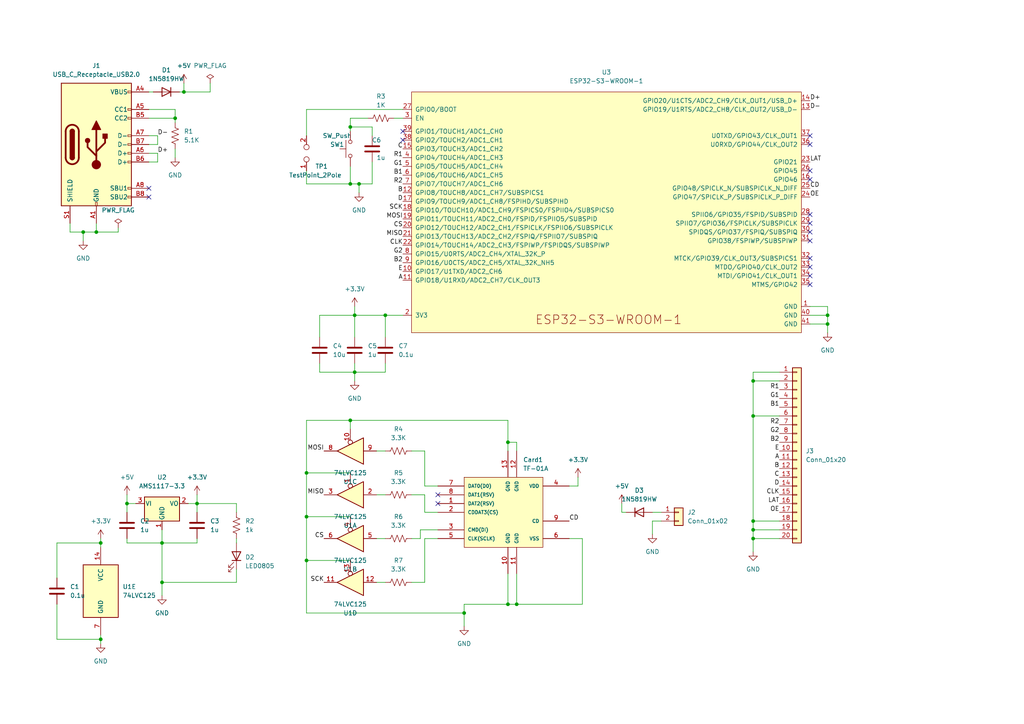
<source format=kicad_sch>
(kicad_sch (version 20211123) (generator eeschema)
  (paper "A4")
  (lib_symbols
    (symbol "1CommonUse:C0805" (pin_numbers hide) (pin_names (offset 0.254))
      (property "Reference" "C" (at 0.635 2.54 0))
      (property "Value" "C0805" (at 0.635 -2.54 0))
      (symbol "C0805_0_1"
        (polyline (pts (xy -2.032 -0.762) (xy 2.032 -0.762)) (stroke (width 0.508)))
        (polyline (pts (xy -2.032 0.762) (xy 2.032 0.762)) (stroke (width 0.508)))
      )
      (symbol "C0805_1_1"
        (pin passive line (at 0 3.81 270) (length 2.794) (name "~") (number "1"))
        (pin passive line (at 0 -3.81 90) (length 2.794) (name "~") (number "2"))
      )
    )
    (symbol "1CommonUse:LED0805" (pin_numbers hide) (pin_names (offset 1.016) hide)
      (property "Reference" "D" (at 0 2.54 0))
      (property "Value" "LED0805" (at 0 -2.54 0))
      (symbol "LED0805_0_1"
        (polyline (pts (xy -1.27 -1.27) (xy -1.27 1.27)) (stroke (width 0.254)))
        (polyline (pts (xy -1.27 0) (xy 1.27 0)))
        (polyline (pts (xy 1.27 -1.27) (xy 1.27 1.27) (xy -1.27 0) (xy 1.27 -1.27)) (stroke (width 0.254)))
        (polyline (pts (xy -3.048 -0.762) (xy -4.572 -2.286) (xy -3.81 -2.286) (xy -4.572 -2.286) (xy -4.572 -1.524)))
        (polyline (pts (xy -1.778 -0.762) (xy -3.302 -2.286) (xy -2.54 -2.286) (xy -3.302 -2.286) (xy -3.302 -1.524)))
      )
      (symbol "LED0805_1_1"
        (pin passive line (at -3.81 0 0) (length 2.54) (name "K") (number "1"))
        (pin passive line (at 3.81 0 180) (length 2.54) (name "A") (number "2"))
      )
    )
    (symbol "1CommonUse:R0805" (pin_numbers hide) (pin_names (offset 0))
      (property "Reference" "R" (at 2.54 0 90))
      (property "Value" "R0805" (at -2.54 0 90))
      (symbol "R0805_0_1"
        (polyline (pts (xy 0 -2.286) (xy 0 -2.54)))
        (polyline (pts (xy 0 2.286) (xy 0 2.54)))
        (polyline (pts (xy 0 -0.762) (xy 1.016 -1.143) (xy 0 -1.524) (xy -1.016 -1.905) (xy 0 -2.286)))
        (polyline (pts (xy 0 0.762) (xy 1.016 0.381) (xy 0 0) (xy -1.016 -0.381) (xy 0 -0.762)))
        (polyline (pts (xy 0 2.286) (xy 1.016 1.905) (xy 0 1.524) (xy -1.016 1.143) (xy 0 0.762)))
      )
      (symbol "R0805_1_1"
        (pin passive line (at 0 3.81 270) (length 1.27) (name "~") (number "1"))
        (pin passive line (at 0 -3.81 90) (length 1.27) (name "~") (number "2"))
      )
    )
    (symbol "74xx:74LVC125" (pin_names (offset 1.016))
      (property "Reference" "U" (at 0 1.27 0))
      (property "Value" "74LVC125" (at 0 -1.27 0))
      (symbol "74LVC125_1_0"
        (polyline (pts (xy -3.81 3.81) (xy -3.81 -3.81) (xy 3.81 0) (xy -3.81 3.81)) (stroke (width 0.254)) (fill (type background)))
        (pin input inverted (at 0 -6.35 90) (length 4.445) (name "~") (number "1"))
        (pin input line (at -7.62 0 0) (length 3.81) (name "~") (number "2"))
        (pin tri_state line (at 7.62 0 180) (length 3.81) (name "~") (number "3"))
      )
      (symbol "74LVC125_2_0"
        (polyline (pts (xy -3.81 3.81) (xy -3.81 -3.81) (xy 3.81 0) (xy -3.81 3.81)) (stroke (width 0.254)) (fill (type background)))
        (pin input inverted (at 0 -6.35 90) (length 4.445) (name "~") (number "4"))
        (pin input line (at -7.62 0 0) (length 3.81) (name "~") (number "5"))
        (pin tri_state line (at 7.62 0 180) (length 3.81) (name "~") (number "6"))
      )
      (symbol "74LVC125_3_0"
        (polyline (pts (xy -3.81 3.81) (xy -3.81 -3.81) (xy 3.81 0) (xy -3.81 3.81)) (stroke (width 0.254)) (fill (type background)))
        (pin input inverted (at 0 -6.35 90) (length 4.445) (name "~") (number "10"))
        (pin tri_state line (at 7.62 0 180) (length 3.81) (name "~") (number "8"))
        (pin input line (at -7.62 0 0) (length 3.81) (name "~") (number "9"))
      )
      (symbol "74LVC125_4_0"
        (polyline (pts (xy -3.81 3.81) (xy -3.81 -3.81) (xy 3.81 0) (xy -3.81 3.81)) (stroke (width 0.254)) (fill (type background)))
        (pin tri_state line (at 7.62 0 180) (length 3.81) (name "~") (number "11"))
        (pin input line (at -7.62 0 0) (length 3.81) (name "~") (number "12"))
        (pin input inverted (at 0 -6.35 90) (length 4.445) (name "~") (number "13"))
      )
      (symbol "74LVC125_5_0"
        (pin power_in line (at 0 12.7 270) (length 5.08) (name "VCC") (number "14"))
        (pin power_in line (at 0 -12.7 90) (length 5.08) (name "GND") (number "7"))
      )
      (symbol "74LVC125_5_1"
        (rectangle (start -5.08 7.62) (end 5.08 -7.62) (stroke (width 0.254)) (fill (type background)))
      )
    )
    (symbol "Connector:TestPoint_2Pole" (pin_names (offset 0.762) hide)
      (property "Reference" "TP" (at 0 1.524 0))
      (property "Value" "TestPoint_2Pole" (at 0 -1.778 0))
      (symbol "TestPoint_2Pole_0_1"
        (circle (center -1.778 0) (radius 0.762))
        (circle (center 1.778 0) (radius 0.762))
        (pin passive line (at -5.08 0 0) (length 2.54) (name "1") (number "1"))
        (pin passive line (at 5.08 0 180) (length 2.54) (name "2") (number "2"))
      )
    )
    (symbol "Connector:USB_C_Receptacle_USB2.0" (pin_names (offset 1.016))
      (property "Reference" "J" (at -10.16 19.05 0))
      (property "Value" "USB_C_Receptacle_USB2.0" (at 19.05 19.05 0))
      (symbol "USB_C_Receptacle_USB2.0_0_0"
        (rectangle (start -0.254 -17.78) (end 0.254 -16.764))
        (rectangle (start 10.16 -14.986) (end 9.144 -15.494))
        (rectangle (start 10.16 -12.446) (end 9.144 -12.954))
        (rectangle (start 10.16 -4.826) (end 9.144 -5.334))
        (rectangle (start 10.16 -2.286) (end 9.144 -2.794))
        (rectangle (start 10.16 0.254) (end 9.144 -0.254))
        (rectangle (start 10.16 2.794) (end 9.144 2.286))
        (rectangle (start 10.16 7.874) (end 9.144 7.366))
        (rectangle (start 10.16 10.414) (end 9.144 9.906))
        (rectangle (start 10.16 15.494) (end 9.144 14.986))
      )
      (symbol "USB_C_Receptacle_USB2.0_0_1"
        (rectangle (start -10.16 17.78) (end 10.16 -17.78) (stroke (width 0.254)) (fill (type background)))
        (arc (start -8.89 -3.81) (mid -6.985 -5.715) (end -5.08 -3.81) (stroke (width 0.508)))
        (arc (start -7.62 -3.81) (mid -6.985 -4.445) (end -6.35 -3.81) (stroke (width 0.254)))
        (arc (start -7.62 -3.81) (mid -6.985 -4.445) (end -6.35 -3.81) (stroke (width 0.254)) (fill (type outline)))
        (rectangle (start -7.62 -3.81) (end -6.35 3.81) (stroke (width 0.254)) (fill (type outline)))
        (arc (start -6.35 3.81) (mid -6.985 4.445) (end -7.62 3.81) (stroke (width 0.254)))
        (arc (start -6.35 3.81) (mid -6.985 4.445) (end -7.62 3.81) (stroke (width 0.254)) (fill (type outline)))
        (arc (start -5.08 3.81) (mid -6.985 5.715) (end -8.89 3.81) (stroke (width 0.508)))
        (circle (center -2.54 1.143) (radius 0.635) (stroke (width 0.254)) (fill (type outline)))
        (circle (center 0 -5.842) (radius 1.27) (fill (type outline)))
        (polyline (pts (xy -8.89 -3.81) (xy -8.89 3.81)) (stroke (width 0.508)))
        (polyline (pts (xy -5.08 3.81) (xy -5.08 -3.81)) (stroke (width 0.508)))
        (polyline (pts (xy 0 -5.842) (xy 0 4.318)) (stroke (width 0.508)))
        (polyline (pts (xy 0 -3.302) (xy -2.54 -0.762) (xy -2.54 0.508)) (stroke (width 0.508)))
        (polyline (pts (xy 0 -2.032) (xy 2.54 0.508) (xy 2.54 1.778)) (stroke (width 0.508)))
        (polyline (pts (xy -1.27 4.318) (xy 0 6.858) (xy 1.27 4.318) (xy -1.27 4.318)) (stroke (width 0.254)) (fill (type outline)))
        (rectangle (start 1.905 1.778) (end 3.175 3.048) (stroke (width 0.254)) (fill (type outline)))
      )
      (symbol "USB_C_Receptacle_USB2.0_1_1"
        (pin passive line (at 0 -22.86 90) (length 5.08) (name "GND") (number "A1"))
        (pin passive line (at 0 -22.86 90) (length 5.08) hide (name "GND") (number "A12"))
        (pin passive line (at 15.24 15.24 180) (length 5.08) (name "VBUS") (number "A4"))
        (pin bidirectional line (at 15.24 10.16 180) (length 5.08) (name "CC1") (number "A5"))
        (pin bidirectional line (at 15.24 -2.54 180) (length 5.08) (name "D+") (number "A6"))
        (pin bidirectional line (at 15.24 2.54 180) (length 5.08) (name "D-") (number "A7"))
        (pin bidirectional line (at 15.24 -12.7 180) (length 5.08) (name "SBU1") (number "A8"))
        (pin passive line (at 15.24 15.24 180) (length 5.08) hide (name "VBUS") (number "A9"))
        (pin passive line (at 0 -22.86 90) (length 5.08) hide (name "GND") (number "B1"))
        (pin passive line (at 0 -22.86 90) (length 5.08) hide (name "GND") (number "B12"))
        (pin passive line (at 15.24 15.24 180) (length 5.08) hide (name "VBUS") (number "B4"))
        (pin bidirectional line (at 15.24 7.62 180) (length 5.08) (name "CC2") (number "B5"))
        (pin bidirectional line (at 15.24 -5.08 180) (length 5.08) (name "D+") (number "B6"))
        (pin bidirectional line (at 15.24 0 180) (length 5.08) (name "D-") (number "B7"))
        (pin bidirectional line (at 15.24 -15.24 180) (length 5.08) (name "SBU2") (number "B8"))
        (pin passive line (at 15.24 15.24 180) (length 5.08) hide (name "VBUS") (number "B9"))
        (pin passive line (at -7.62 -22.86 90) (length 5.08) (name "SHIELD") (number "S1"))
      )
    )
    (symbol "Connector_Generic:Conn_01x02" (pin_names (offset 1.016) hide)
      (property "Reference" "J" (at 0 2.54 0))
      (property "Value" "Conn_01x02" (at 0 -5.08 0))
      (symbol "Conn_01x02_1_1"
        (rectangle (start -1.27 -2.413) (end 0 -2.667) (stroke (width 0.1524)))
        (rectangle (start -1.27 0.127) (end 0 -0.127) (stroke (width 0.1524)))
        (rectangle (start -1.27 1.27) (end 1.27 -3.81) (stroke (width 0.254)) (fill (type background)))
        (pin passive line (at -5.08 0 0) (length 3.81) (name "Pin_1") (number "1"))
        (pin passive line (at -5.08 -2.54 0) (length 3.81) (name "Pin_2") (number "2"))
      )
    )
    (symbol "Connector_Generic:Conn_01x20" (pin_names (offset 1.016) hide)
      (property "Reference" "J" (at 0 25.4 0))
      (property "Value" "Conn_01x20" (at 0 -27.94 0))
      (symbol "Conn_01x20_1_1"
        (rectangle (start -1.27 -25.273) (end 0 -25.527) (stroke (width 0.1524)))
        (rectangle (start -1.27 -22.733) (end 0 -22.987) (stroke (width 0.1524)))
        (rectangle (start -1.27 -20.193) (end 0 -20.447) (stroke (width 0.1524)))
        (rectangle (start -1.27 -17.653) (end 0 -17.907) (stroke (width 0.1524)))
        (rectangle (start -1.27 -15.113) (end 0 -15.367) (stroke (width 0.1524)))
        (rectangle (start -1.27 -12.573) (end 0 -12.827) (stroke (width 0.1524)))
        (rectangle (start -1.27 -10.033) (end 0 -10.287) (stroke (width 0.1524)))
        (rectangle (start -1.27 -7.493) (end 0 -7.747) (stroke (width 0.1524)))
        (rectangle (start -1.27 -4.953) (end 0 -5.207) (stroke (width 0.1524)))
        (rectangle (start -1.27 -2.413) (end 0 -2.667) (stroke (width 0.1524)))
        (rectangle (start -1.27 0.127) (end 0 -0.127) (stroke (width 0.1524)))
        (rectangle (start -1.27 2.667) (end 0 2.413) (stroke (width 0.1524)))
        (rectangle (start -1.27 5.207) (end 0 4.953) (stroke (width 0.1524)))
        (rectangle (start -1.27 7.747) (end 0 7.493) (stroke (width 0.1524)))
        (rectangle (start -1.27 10.287) (end 0 10.033) (stroke (width 0.1524)))
        (rectangle (start -1.27 12.827) (end 0 12.573) (stroke (width 0.1524)))
        (rectangle (start -1.27 15.367) (end 0 15.113) (stroke (width 0.1524)))
        (rectangle (start -1.27 17.907) (end 0 17.653) (stroke (width 0.1524)))
        (rectangle (start -1.27 20.447) (end 0 20.193) (stroke (width 0.1524)))
        (rectangle (start -1.27 22.987) (end 0 22.733) (stroke (width 0.1524)))
        (rectangle (start -1.27 24.13) (end 1.27 -26.67) (stroke (width 0.254)) (fill (type background)))
        (pin passive line (at -5.08 22.86 0) (length 3.81) (name "Pin_1") (number "1"))
        (pin passive line (at -5.08 0 0) (length 3.81) (name "Pin_10") (number "10"))
        (pin passive line (at -5.08 -2.54 0) (length 3.81) (name "Pin_11") (number "11"))
        (pin passive line (at -5.08 -5.08 0) (length 3.81) (name "Pin_12") (number "12"))
        (pin passive line (at -5.08 -7.62 0) (length 3.81) (name "Pin_13") (number "13"))
        (pin passive line (at -5.08 -10.16 0) (length 3.81) (name "Pin_14") (number "14"))
        (pin passive line (at -5.08 -12.7 0) (length 3.81) (name "Pin_15") (number "15"))
        (pin passive line (at -5.08 -15.24 0) (length 3.81) (name "Pin_16") (number "16"))
        (pin passive line (at -5.08 -17.78 0) (length 3.81) (name "Pin_17") (number "17"))
        (pin passive line (at -5.08 -20.32 0) (length 3.81) (name "Pin_18") (number "18"))
        (pin passive line (at -5.08 -22.86 0) (length 3.81) (name "Pin_19") (number "19"))
        (pin passive line (at -5.08 20.32 0) (length 3.81) (name "Pin_2") (number "2"))
        (pin passive line (at -5.08 -25.4 0) (length 3.81) (name "Pin_20") (number "20"))
        (pin passive line (at -5.08 17.78 0) (length 3.81) (name "Pin_3") (number "3"))
        (pin passive line (at -5.08 15.24 0) (length 3.81) (name "Pin_4") (number "4"))
        (pin passive line (at -5.08 12.7 0) (length 3.81) (name "Pin_5") (number "5"))
        (pin passive line (at -5.08 10.16 0) (length 3.81) (name "Pin_6") (number "6"))
        (pin passive line (at -5.08 7.62 0) (length 3.81) (name "Pin_7") (number "7"))
        (pin passive line (at -5.08 5.08 0) (length 3.81) (name "Pin_8") (number "8"))
        (pin passive line (at -5.08 2.54 0) (length 3.81) (name "Pin_9") (number "9"))
      )
    )
    (symbol "Device:D" (pin_numbers hide) (pin_names (offset 1.016) hide)
      (property "Reference" "D" (at 0 2.54 0))
      (property "Value" "D" (at 0 -2.54 0))
      (symbol "D_0_1"
        (polyline (pts (xy -1.27 1.27) (xy -1.27 -1.27)) (stroke (width 0.254)))
        (polyline (pts (xy 1.27 0) (xy -1.27 0)))
        (polyline (pts (xy 1.27 1.27) (xy 1.27 -1.27) (xy -1.27 0) (xy 1.27 1.27)) (stroke (width 0.254)))
      )
      (symbol "D_1_1"
        (pin passive line (at -3.81 0 0) (length 2.54) (name "K") (number "1"))
        (pin passive line (at 3.81 0 180) (length 2.54) (name "A") (number "2"))
      )
    )
    (symbol "Espressif:ESP32-S3-WROOM-1" (pin_names (offset 1.016))
      (property "Reference" "U" (at 0 35.56 0))
      (property "Value" "ESP32-S3-WROOM-1" (at 0 -36.83 0))
      (symbol "ESP32-S3-WROOM-1_0_0"
        (rectangle (start -57.15 34.29) (end 55.88 -35.56) (fill (type background)))
        (text "ESP32-S3-WROOM-1" (at 0 -31.75 0) (effects (font (size 2.54 2.54))))
        (pin power_in line (at 58.42 -27.94 180) (length 2.54) (name "GND") (number "1"))
        (pin bidirectional line (at -59.69 -17.78 0) (length 2.54) (name "GPIO17/U1TXD/ADC2_CH6") (number "10"))
        (pin bidirectional line (at -59.69 -20.32 0) (length 2.54) (name "GPIO18/U1RXD/ADC2_CH7/CLK_OUT3") (number "11"))
        (pin bidirectional line (at -59.69 5.08 0) (length 2.54) (name "GPIO8/TOUCH8/ADC1_CH7/SUBSPICS1") (number "12"))
        (pin bidirectional line (at 58.42 29.21 180) (length 2.54) (name "GPIO19/U1RTS/ADC2_CH8/CLK_OUT2/USB_D-") (number "13"))
        (pin bidirectional line (at 58.42 31.75 180) (length 2.54) (name "GPIO20/U1CTS/ADC2_CH9/CLK_OUT1/USB_D+") (number "14"))
        (pin bidirectional line (at -59.69 17.78 0) (length 2.54) (name "GPIO3/TOUCH3/ADC1_CH2") (number "15"))
        (pin bidirectional line (at 58.42 8.89 180) (length 2.54) (name "GPIO46") (number "16"))
        (pin bidirectional line (at -59.69 2.54 0) (length 2.54) (name "GPIO9/TOUCH9/ADC1_CH8/FSPIHD/SUBSPIHD") (number "17"))
        (pin bidirectional line (at -59.69 0 0) (length 2.54) (name "GPIO10/TOUCH10/ADC1_CH9/FSPICS0/FSPIIO4/SUBSPICS0") (number "18"))
        (pin bidirectional line (at -59.69 -2.54 0) (length 2.54) (name "GPIO11/TOUCH11/ADC2_CH0/FSPID/FSPIIO5/SUBSPID") (number "19"))
        (pin power_in line (at -59.69 -30.48 0) (length 2.54) (name "3V3") (number "2"))
        (pin bidirectional line (at -59.69 -5.08 0) (length 2.54) (name "GPIO12/TOUCH12/ADC2_CH1/FSPICLK/FSPIIO6/SUBSPICLK") (number "20"))
        (pin bidirectional line (at -59.69 -7.62 0) (length 2.54) (name "GPIO13/TOUCH13/ADC2_CH2/FSPIQ/FSPIIO7/SUBSPIQ") (number "21"))
        (pin bidirectional line (at -59.69 -10.16 0) (length 2.54) (name "GPIO14/TOUCH14/ADC2_CH3/FSPIWP/FSPIDQS/SUBSPIWP") (number "22"))
        (pin bidirectional line (at 58.42 13.97 180) (length 2.54) (name "GPIO21") (number "23"))
        (pin bidirectional line (at 58.42 3.81 180) (length 2.54) (name "GPIO47/SPICLK_P/SUBSPICLK_P_DIFF") (number "24"))
        (pin bidirectional line (at 58.42 6.35 180) (length 2.54) (name "GPIO48/SPICLK_N/SUBSPICLK_N_DIFF") (number "25"))
        (pin bidirectional line (at 58.42 11.43 180) (length 2.54) (name "GPIO45") (number "26"))
        (pin bidirectional line (at -59.69 29.21 0) (length 2.54) (name "GPIO0/BOOT") (number "27"))
        (pin bidirectional line (at 58.42 -1.27 180) (length 2.54) (name "SPIIO6/GPIO35/FSPID/SUBSPID") (number "28"))
        (pin bidirectional line (at 58.42 -3.81 180) (length 2.54) (name "SPIIO7/GPIO36/FSPICLK/SUBSPICLK") (number "29"))
        (pin input line (at -59.69 26.67 0) (length 2.54) (name "EN") (number "3"))
        (pin bidirectional line (at 58.42 -6.35 180) (length 2.54) (name "SPIDQS/GPIO37/FSPIQ/SUBSPIQ") (number "30"))
        (pin bidirectional line (at 58.42 -8.89 180) (length 2.54) (name "GPIO38/FSPIWP/SUBSPIWP") (number "31"))
        (pin bidirectional line (at 58.42 -13.97 180) (length 2.54) (name "MTCK/GPIO39/CLK_OUT3/SUBSPICS1") (number "32"))
        (pin bidirectional line (at 58.42 -16.51 180) (length 2.54) (name "MTDO/GPIO40/CLK_OUT2") (number "33"))
        (pin bidirectional line (at 58.42 -19.05 180) (length 2.54) (name "MTDI/GPIO41/CLK_OUT1") (number "34"))
        (pin bidirectional line (at 58.42 -21.59 180) (length 2.54) (name "MTMS/GPIO42") (number "35"))
        (pin bidirectional line (at 58.42 19.05 180) (length 2.54) (name "U0RXD/GPIO44/CLK_OUT2") (number "36"))
        (pin bidirectional line (at 58.42 21.59 180) (length 2.54) (name "U0TXD/GPIO43/CLK_OUT1") (number "37"))
        (pin bidirectional line (at -59.69 20.32 0) (length 2.54) (name "GPIO2/TOUCH2/ADC1_CH1") (number "38"))
        (pin bidirectional line (at -59.69 22.86 0) (length 2.54) (name "GPIO1/TOUCH1/ADC1_CH0") (number "39"))
        (pin bidirectional line (at -59.69 15.24 0) (length 2.54) (name "GPIO4/TOUCH4/ADC1_CH3") (number "4"))
        (pin power_in line (at 58.42 -30.48 180) (length 2.54) (name "GND") (number "40"))
        (pin power_in line (at 58.42 -33.02 180) (length 2.54) (name "GND") (number "41"))
        (pin bidirectional line (at -59.69 12.7 0) (length 2.54) (name "GPIO5/TOUCH5/ADC1_CH4") (number "5"))
        (pin bidirectional line (at -59.69 10.16 0) (length 2.54) (name "GPIO6/TOUCH6/ADC1_CH5") (number "6"))
        (pin bidirectional line (at -59.69 7.62 0) (length 2.54) (name "GPIO7/TOUCH7/ADC1_CH6") (number "7"))
        (pin bidirectional line (at -59.69 -12.7 0) (length 2.54) (name "GPIO15/U0RTS/ADC2_CH4/XTAL_32K_P") (number "8"))
        (pin bidirectional line (at -59.69 -15.24 0) (length 2.54) (name "GPIO16/U0CTS/ADC2_CH5/XTAL_32K_NH5") (number "9"))
      )
    )
    (symbol "Regulator_Linear:AMS1117-3.3" (pin_names (offset 0.254))
      (property "Reference" "U" (at -3.81 3.175 0))
      (property "Value" "AMS1117-3.3" (at 0 3.175 0))
      (symbol "AMS1117-3.3_0_1"
        (rectangle (start -5.08 -5.08) (end 5.08 1.905) (stroke (width 0.254)) (fill (type background)))
      )
      (symbol "AMS1117-3.3_1_1"
        (pin power_in line (at 0 -7.62 90) (length 2.54) (name "GND") (number "1"))
        (pin power_out line (at 7.62 0 180) (length 2.54) (name "VO") (number "2"))
        (pin power_in line (at -7.62 0 0) (length 2.54) (name "VI") (number "3"))
      )
    )
    (symbol "SDCard:TF-01A" (pin_names (offset 1.016))
      (property "Reference" "Card" (at 5.08 1.27 0))
      (property "Value" "TF-01A" (at 5.08 3.81 0))
      (symbol "TF-01A_1_1"
        (rectangle (start -11.43 10.16) (end 11.43 -10.16) (stroke (width 0.1524)) (fill (type background)))
        (pin bidirectional line (at -19.05 2.54 0) (length 7.62) (name "DAT2(RSV)") (number "1"))
        (pin input line (at 1.27 -17.78 90) (length 7.62) (name "GND") (number "10"))
        (pin input line (at 3.81 -17.78 90) (length 7.62) (name "GND") (number "11"))
        (pin input line (at 3.81 17.78 270) (length 7.62) (name "GND") (number "12"))
        (pin input line (at 1.27 17.78 270) (length 7.62) (name "GND") (number "13"))
        (pin bidirectional line (at -19.05 0 0) (length 7.62) (name "CDDAT3(CS)") (number "2"))
        (pin input line (at -19.05 -5.08 0) (length 7.62) (name "CMD(DI)") (number "3"))
        (pin input line (at 19.05 7.62 180) (length 7.62) (name "VDD") (number "4"))
        (pin input line (at -19.05 -7.62 0) (length 7.62) (name "CLK(SCLK)") (number "5"))
        (pin input line (at 19.05 -7.62 180) (length 7.62) (name "VSS") (number "6"))
        (pin bidirectional line (at -19.05 7.62 0) (length 7.62) (name "DAT0(D0)") (number "7"))
        (pin bidirectional line (at -19.05 5.08 0) (length 7.62) (name "DAT1(RSV)") (number "8"))
        (pin input line (at 19.05 -2.54 180) (length 7.62) (name "CD") (number "9"))
      )
    )
    (symbol "Switch:SW_Push" (pin_numbers hide) (pin_names (offset 1.016) hide)
      (property "Reference" "SW" (at 1.27 2.54 0))
      (property "Value" "SW_Push" (at 0 -1.524 0))
      (symbol "SW_Push_0_1"
        (circle (center -2.032 0) (radius 0.508))
        (polyline (pts (xy 0 1.27) (xy 0 3.048)))
        (polyline (pts (xy 2.54 1.27) (xy -2.54 1.27)))
        (circle (center 2.032 0) (radius 0.508))
        (pin passive line (at -5.08 0 0) (length 2.54) (name "1") (number "1"))
        (pin passive line (at 5.08 0 180) (length 2.54) (name "2") (number "2"))
      )
    )
    (symbol "power:+3.3V" (power) (pin_names (offset 0))
      (property "Value" "+3.3V" (at 0 3.556 0))
      (symbol "+3.3V_0_1"
        (polyline (pts (xy -0.762 1.27) (xy 0 2.54)))
        (polyline (pts (xy 0 0) (xy 0 2.54)))
        (polyline (pts (xy 0 2.54) (xy 0.762 1.27)))
      )
      (symbol "+3.3V_1_1"
        (pin power_in line (at 0 0 90) (length 0) hide (name "+3.3V") (number "1"))
      )
    )
    (symbol "power:+5V" (power) (pin_names (offset 0))
      (property "Value" "+5V" (at 0 3.556 0))
      (symbol "+5V_0_1"
        (polyline (pts (xy -0.762 1.27) (xy 0 2.54)))
        (polyline (pts (xy 0 0) (xy 0 2.54)))
        (polyline (pts (xy 0 2.54) (xy 0.762 1.27)))
      )
      (symbol "+5V_1_1"
        (pin power_in line (at 0 0 90) (length 0) hide (name "+5V") (number "1"))
      )
    )
    (symbol "power:GND" (power) (pin_names (offset 0))
      (property "Value" "GND" (at 0 -3.81 0))
      (symbol "GND_0_1"
        (polyline (pts (xy 0 0) (xy 0 -1.27) (xy 1.27 -1.27) (xy 0 -2.54) (xy -1.27 -1.27) (xy 0 -1.27)))
      )
      (symbol "GND_1_1"
        (pin power_in line (at 0 0 270) (length 0) hide (name "GND") (number "1"))
      )
    )
    (symbol "power:PWR_FLAG" (power) (pin_numbers hide) (pin_names (offset 0) hide)
      (property "Value" "PWR_FLAG" (at 0 3.81 0))
      (symbol "PWR_FLAG_0_0"
        (pin power_out line (at 0 0 90) (length 0) (name "pwr") (number "1"))
      )
      (symbol "PWR_FLAG_0_1"
        (polyline (pts (xy 0 0) (xy 0 1.27) (xy -1.016 1.905) (xy 0 2.54) (xy 1.016 1.905) (xy 0 1.27)))
      )
    )
  )
  (junction (at 149.86 175.26))
  (junction (at 24.13 67.31))
  (junction (at 57.15 146.05))
  (junction (at 218.44 120.65))
  (junction (at 88.9 137.16))
  (junction (at 134.62 177.8))
  (junction (at 101.6 53.34))
  (junction (at 88.9 149.86))
  (junction (at 101.6 36.83))
  (junction (at 104.14 53.34))
  (junction (at 102.87 91.44))
  (junction (at 147.32 128.27))
  (junction (at 218.44 110.49))
  (junction (at 88.9 162.56))
  (junction (at 240.03 91.44))
  (junction (at 29.21 157.48))
  (junction (at 111.76 91.44))
  (junction (at 46.99 157.48))
  (junction (at 46.99 168.91))
  (junction (at 147.32 175.26))
  (junction (at 102.87 107.95))
  (junction (at 53.34 26.67))
  (junction (at 218.44 153.67))
  (junction (at 36.83 146.05))
  (junction (at 101.6 121.92))
  (junction (at 240.03 93.98))
  (junction (at 50.8 34.29))
  (junction (at 27.94 67.31))
  (junction (at 29.21 185.42))
  (junction (at 218.44 156.21))
  (junction (at 218.44 151.13))
  (no_connect (at 234.95 41.91))
  (no_connect (at 127 146.05))
  (no_connect (at 234.95 49.53))
  (no_connect (at 234.95 69.85))
  (no_connect (at 234.95 62.23))
  (no_connect (at 234.95 52.07))
  (no_connect (at 43.18 57.15))
  (no_connect (at 43.18 54.61))
  (no_connect (at 116.84 40.64))
  (no_connect (at 116.84 38.1))
  (no_connect (at 234.95 74.93))
  (no_connect (at 234.95 77.47))
  (no_connect (at 234.95 80.01))
  (no_connect (at 234.95 82.55))
  (no_connect (at 234.95 39.37))
  (no_connect (at 234.95 67.31))
  (no_connect (at 234.95 64.77))
  (no_connect (at 127 143.51))
  (wire (pts (xy 34.29 67.31) (xy 27.94 67.31)))
  (wire (pts (xy 165.1 156.21) (xy 168.91 156.21)))
  (wire (pts (xy 218.44 120.65) (xy 218.44 151.13)))
  (wire (pts (xy 45.72 44.45) (xy 45.72 46.99)))
  (wire (pts (xy 147.32 175.26) (xy 134.62 175.26)))
  (wire (pts (xy 106.68 34.29) (xy 101.6 34.29)))
  (wire (pts (xy 121.92 153.67) (xy 127 153.67)))
  (wire (pts (xy 36.83 146.05) (xy 39.37 146.05)))
  (wire (pts (xy 123.19 168.91) (xy 123.19 156.21)))
  (wire (pts (xy 68.58 146.05) (xy 57.15 146.05)))
  (wire (pts (xy 20.32 64.77) (xy 20.32 67.31)))
  (wire (pts (xy 46.99 153.67) (xy 46.99 157.48)))
  (wire (pts (xy 36.83 143.51) (xy 36.83 146.05)))
  (wire (pts (xy 27.94 64.77) (xy 27.94 67.31)))
  (wire (pts (xy 102.87 91.44) (xy 102.87 97.79)))
  (wire (pts (xy 218.44 153.67) (xy 226.06 153.67)))
  (wire (pts (xy 121.92 156.21) (xy 121.92 153.67)))
  (wire (pts (xy 102.87 105.41) (xy 102.87 107.95)))
  (wire (pts (xy 24.13 67.31) (xy 24.13 69.85)))
  (wire (pts (xy 50.8 34.29) (xy 50.8 35.56)))
  (wire (pts (xy 119.38 143.51) (xy 123.19 143.51)))
  (wire (pts (xy 57.15 156.21) (xy 57.15 157.48)))
  (wire (pts (xy 101.6 121.92) (xy 147.32 121.92)))
  (wire (pts (xy 16.51 157.48) (xy 29.21 157.48)))
  (wire (pts (xy 57.15 146.05) (xy 54.61 146.05)))
  (wire (pts (xy 101.6 48.26) (xy 101.6 53.34)))
  (wire (pts (xy 29.21 184.15) (xy 29.21 185.42)))
  (wire (pts (xy 92.71 107.95) (xy 102.87 107.95)))
  (wire (pts (xy 240.03 91.44) (xy 240.03 93.98)))
  (wire (pts (xy 50.8 31.75) (xy 50.8 34.29)))
  (wire (pts (xy 218.44 151.13) (xy 218.44 153.67)))
  (wire (pts (xy 68.58 165.1) (xy 68.58 168.91)))
  (wire (pts (xy 240.03 88.9) (xy 240.03 91.44)))
  (wire (pts (xy 180.34 148.59) (xy 181.61 148.59)))
  (wire (pts (xy 168.91 175.26) (xy 149.86 175.26)))
  (wire (pts (xy 34.29 66.04) (xy 34.29 67.31)))
  (wire (pts (xy 68.58 168.91) (xy 46.99 168.91)))
  (wire (pts (xy 29.21 156.21) (xy 29.21 157.48)))
  (wire (pts (xy 88.9 162.56) (xy 88.9 149.86)))
  (wire (pts (xy 218.44 107.95) (xy 218.44 110.49)))
  (wire (pts (xy 101.6 34.29) (xy 101.6 36.83)))
  (wire (pts (xy 16.51 185.42) (xy 29.21 185.42)))
  (wire (pts (xy 111.76 91.44) (xy 111.76 97.79)))
  (wire (pts (xy 123.19 130.81) (xy 123.19 140.97)))
  (wire (pts (xy 88.9 137.16) (xy 101.6 137.16)))
  (wire (pts (xy 43.18 31.75) (xy 50.8 31.75)))
  (wire (pts (xy 134.62 177.8) (xy 134.62 181.61)))
  (wire (pts (xy 53.34 24.13) (xy 53.34 26.67)))
  (wire (pts (xy 147.32 130.81) (xy 147.32 128.27)))
  (wire (pts (xy 180.34 146.05) (xy 180.34 148.59)))
  (wire (pts (xy 189.23 154.94) (xy 189.23 151.13)))
  (wire (pts (xy 43.18 44.45) (xy 45.72 44.45)))
  (wire (pts (xy 36.83 146.05) (xy 36.83 148.59)))
  (wire (pts (xy 46.99 157.48) (xy 57.15 157.48)))
  (wire (pts (xy 218.44 156.21) (xy 218.44 160.02)))
  (wire (pts (xy 189.23 151.13) (xy 191.77 151.13)))
  (wire (pts (xy 43.18 26.67) (xy 44.45 26.67)))
  (wire (pts (xy 88.9 49.53) (xy 88.9 53.34)))
  (wire (pts (xy 109.22 130.81) (xy 111.76 130.81)))
  (wire (pts (xy 234.95 88.9) (xy 240.03 88.9)))
  (wire (pts (xy 101.6 36.83) (xy 101.6 38.1)))
  (wire (pts (xy 92.71 91.44) (xy 102.87 91.44)))
  (wire (pts (xy 102.87 107.95) (xy 102.87 110.49)))
  (wire (pts (xy 101.6 36.83) (xy 107.95 36.83)))
  (wire (pts (xy 107.95 53.34) (xy 107.95 46.99)))
  (wire (pts (xy 167.64 138.43) (xy 167.64 140.97)))
  (wire (pts (xy 36.83 157.48) (xy 46.99 157.48)))
  (wire (pts (xy 119.38 168.91) (xy 123.19 168.91)))
  (wire (pts (xy 107.95 39.37) (xy 107.95 36.83)))
  (wire (pts (xy 27.94 67.31) (xy 24.13 67.31)))
  (wire (pts (xy 111.76 107.95) (xy 102.87 107.95)))
  (wire (pts (xy 50.8 43.18) (xy 50.8 45.72)))
  (wire (pts (xy 45.72 46.99) (xy 43.18 46.99)))
  (wire (pts (xy 60.96 24.13) (xy 60.96 26.67)))
  (wire (pts (xy 88.9 53.34) (xy 101.6 53.34)))
  (wire (pts (xy 149.86 175.26) (xy 147.32 175.26)))
  (wire (pts (xy 88.9 31.75) (xy 88.9 39.37)))
  (wire (pts (xy 109.22 143.51) (xy 111.76 143.51)))
  (wire (pts (xy 109.22 156.21) (xy 111.76 156.21)))
  (wire (pts (xy 123.19 140.97) (xy 127 140.97)))
  (wire (pts (xy 101.6 162.56) (xy 88.9 162.56)))
  (wire (pts (xy 43.18 34.29) (xy 50.8 34.29)))
  (wire (pts (xy 102.87 88.9) (xy 102.87 91.44)))
  (wire (pts (xy 218.44 156.21) (xy 226.06 156.21)))
  (wire (pts (xy 57.15 148.59) (xy 57.15 146.05)))
  (wire (pts (xy 218.44 110.49) (xy 218.44 120.65)))
  (wire (pts (xy 234.95 93.98) (xy 240.03 93.98)))
  (wire (pts (xy 147.32 128.27) (xy 149.86 128.27)))
  (wire (pts (xy 68.58 156.21) (xy 68.58 157.48)))
  (wire (pts (xy 46.99 157.48) (xy 46.99 168.91)))
  (wire (pts (xy 88.9 149.86) (xy 88.9 137.16)))
  (wire (pts (xy 218.44 120.65) (xy 226.06 120.65)))
  (wire (pts (xy 43.18 39.37) (xy 45.72 39.37)))
  (wire (pts (xy 149.86 166.37) (xy 149.86 175.26)))
  (wire (pts (xy 53.34 26.67) (xy 52.07 26.67)))
  (wire (pts (xy 29.21 157.48) (xy 29.21 158.75)))
  (wire (pts (xy 92.71 105.41) (xy 92.71 107.95)))
  (wire (pts (xy 101.6 53.34) (xy 104.14 53.34)))
  (wire (pts (xy 123.19 143.51) (xy 123.19 148.59)))
  (wire (pts (xy 16.51 175.26) (xy 16.51 185.42)))
  (wire (pts (xy 88.9 177.8) (xy 134.62 177.8)))
  (wire (pts (xy 226.06 107.95) (xy 218.44 107.95)))
  (wire (pts (xy 147.32 121.92) (xy 147.32 128.27)))
  (wire (pts (xy 46.99 168.91) (xy 46.99 172.72)))
  (wire (pts (xy 104.14 53.34) (xy 107.95 53.34)))
  (wire (pts (xy 45.72 39.37) (xy 45.72 41.91)))
  (wire (pts (xy 102.87 91.44) (xy 111.76 91.44)))
  (wire (pts (xy 111.76 105.41) (xy 111.76 107.95)))
  (wire (pts (xy 114.3 34.29) (xy 116.84 34.29)))
  (wire (pts (xy 123.19 148.59) (xy 127 148.59)))
  (wire (pts (xy 218.44 153.67) (xy 218.44 156.21)))
  (wire (pts (xy 45.72 41.91) (xy 43.18 41.91)))
  (wire (pts (xy 119.38 156.21) (xy 121.92 156.21)))
  (wire (pts (xy 167.64 140.97) (xy 165.1 140.97)))
  (wire (pts (xy 218.44 110.49) (xy 226.06 110.49)))
  (wire (pts (xy 20.32 67.31) (xy 24.13 67.31)))
  (wire (pts (xy 104.14 53.34) (xy 104.14 55.88)))
  (wire (pts (xy 218.44 151.13) (xy 226.06 151.13)))
  (wire (pts (xy 119.38 130.81) (xy 123.19 130.81)))
  (wire (pts (xy 88.9 162.56) (xy 88.9 177.8)))
  (wire (pts (xy 149.86 128.27) (xy 149.86 130.81)))
  (wire (pts (xy 116.84 31.75) (xy 88.9 31.75)))
  (wire (pts (xy 134.62 175.26) (xy 134.62 177.8)))
  (wire (pts (xy 16.51 167.64) (xy 16.51 157.48)))
  (wire (pts (xy 88.9 137.16) (xy 88.9 121.92)))
  (wire (pts (xy 189.23 148.59) (xy 191.77 148.59)))
  (wire (pts (xy 57.15 143.51) (xy 57.15 146.05)))
  (wire (pts (xy 101.6 121.92) (xy 101.6 124.46)))
  (wire (pts (xy 147.32 166.37) (xy 147.32 175.26)))
  (wire (pts (xy 68.58 148.59) (xy 68.58 146.05)))
  (wire (pts (xy 60.96 26.67) (xy 53.34 26.67)))
  (wire (pts (xy 234.95 91.44) (xy 240.03 91.44)))
  (wire (pts (xy 109.22 168.91) (xy 111.76 168.91)))
  (wire (pts (xy 111.76 91.44) (xy 116.84 91.44)))
  (wire (pts (xy 168.91 156.21) (xy 168.91 175.26)))
  (wire (pts (xy 240.03 93.98) (xy 240.03 96.52)))
  (wire (pts (xy 88.9 121.92) (xy 101.6 121.92)))
  (wire (pts (xy 92.71 97.79) (xy 92.71 91.44)))
  (wire (pts (xy 88.9 149.86) (xy 101.6 149.86)))
  (wire (pts (xy 36.83 156.21) (xy 36.83 157.48)))
  (wire (pts (xy 29.21 185.42) (xy 29.21 186.69)))
  (wire (pts (xy 123.19 156.21) (xy 127 156.21)))
  (label "LAT" (at 226.06 146.05 180))
  (label "D" (at 226.06 140.97 180))
  (label "A" (at 226.06 133.35 180))
  (label "CLK" (at 226.06 143.51 180))
  (label "D" (at 116.84 58.42 180))
  (label "D+" (at 234.95 29.21 0))
  (label "CLK" (at 116.84 71.12 180))
  (label "CS" (at 93.98 156.21 180))
  (label "CD" (at 234.95 54.61 0))
  (label "B2" (at 226.06 128.27 180))
  (label "D-" (at 45.72 39.37 0))
  (label "B" (at 116.84 55.88 180))
  (label "G2" (at 116.84 73.66 180))
  (label "C" (at 226.06 138.43 180))
  (label "OE" (at 226.06 148.59 180))
  (label "G1" (at 226.06 115.57 180))
  (label "LAT" (at 234.95 46.99 0))
  (label "B1" (at 226.06 118.11 180))
  (label "CS" (at 116.84 66.04 180))
  (label "C" (at 116.84 43.18 180))
  (label "MOSI" (at 93.98 130.81 180))
  (label "MOSI" (at 116.84 63.5 180))
  (label "G2" (at 226.06 125.73 180))
  (label "D+" (at 45.72 44.45 0))
  (label "A" (at 116.84 81.28 180))
  (label "CD" (at 165.1 151.13 0))
  (label "R1" (at 226.06 113.03 180))
  (label "G1" (at 116.84 48.26 180))
  (label "MISO" (at 116.84 68.58 180))
  (label "R1" (at 116.84 45.72 180))
  (label "E" (at 116.84 78.74 180))
  (label "SCK" (at 93.98 168.91 180))
  (label "R2" (at 226.06 123.19 180))
  (label "R2" (at 116.84 53.34 180))
  (label "OE" (at 234.95 57.15 0))
  (label "SCK" (at 116.84 60.96 180))
  (label "B2" (at 116.84 76.2 180))
  (label "D-" (at 234.95 31.75 0))
  (label "E" (at 226.06 130.81 180))
  (label "B" (at 226.06 135.89 180))
  (label "B1" (at 116.84 50.8 180))
  (label "MISO" (at 93.98 143.51 180))
  (symbol (lib_id "power:+3.3V") (at 102.87 88.9 0) (unit 1)
    (property "Reference" "#PWR09" (effects hide))
    (property "Value" "+3.3V" (at 102.87 83.82 0))
  )
  (symbol (lib_id "power:PWR_FLAG") (at 60.96 24.13 0) (unit 1)
    (property "Reference" "#FLG02" (effects hide))
    (property "Value" "PWR_FLAG" (at 60.96 19.05 0))
  )
  (symbol (lib_id "Connector_Generic:Conn_01x02") (at 196.85 148.59 0) (unit 1)
    (property "Reference" "J2" (at 199.39 148.5899 0) (effects (justify left)))
    (property "Value" "Conn_01x02" (at 199.39 151.1299 0) (effects (justify left)))
    (property "Footprint" "1Comment:Battery" (effects hide))
  )
  (symbol (lib_id "Device:D") (at 185.42 148.59 0) (unit 1)
    (property "Reference" "D3" (at 185.42 142.24 0))
    (property "Value" "1N5819HW" (at 185.42 144.78 0))
    (property "Footprint" "Diode_SMD:D_SOD-123" (effects hide))
  )
  (symbol (lib_id "power:+5V") (at 36.83 143.51 0) (unit 1)
    (property "Reference" "#PWR04" (effects hide))
    (property "Value" "+5V" (at 36.83 138.43 0))
  )
  (symbol (lib_id "1CommonUse:C0805") (at 92.71 101.6 0) (unit 1)
    (property "Reference" "C4" (at 96.52 100.3299 0) (effects (justify left)))
    (property "Value" "10u" (at 96.52 102.8699 0) (effects (justify left)))
    (property "Footprint" "Capacitor_SMD:C_0805_2012Metric" (effects hide))
  )
  (symbol (lib_id "1CommonUse:C0805") (at 102.87 101.6 0) (unit 1)
    (property "Reference" "C5" (at 106.68 100.3299 0) (effects (justify left)))
    (property "Value" "1u" (at 106.68 102.8699 0) (effects (justify left)))
    (property "Footprint" "Capacitor_SMD:C_0805_2012Metric" (effects hide))
  )
  (symbol (lib_id "74xx:74LVC125") (at 101.6 143.51 180) (unit 1)
    (property "Reference" "U1" (at 101.6 152.4 0))
    (property "Value" "74LVC125" (at 101.6 149.86 0))
    (property "Footprint" "Package_SO:TSSOP-14_4.4x5mm_P0.65mm" (effects hide))
    (property "Datasheet" "http://www.ti.com/lit/gpn/sn74LVC125" (effects hide))
  )
  (symbol (lib_id "power:GND") (at 50.8 45.72 0) (unit 1)
    (property "Reference" "#PWR06" (effects hide))
    (property "Value" "GND" (at 50.8 50.8 0))
  )
  (symbol (lib_id "1CommonUse:R0805") (at 115.57 130.81 270) (unit 1)
    (property "Reference" "R4" (at 115.57 124.46 90))
    (property "Value" "3.3K" (at 115.57 127 90))
    (property "Footprint" "Resistor_SMD:R_0805_2012Metric" (effects hide))
  )
  (symbol (lib_id "1CommonUse:R0805") (at 110.49 34.29 90) (unit 1)
    (property "Reference" "R3" (at 110.49 27.94 90))
    (property "Value" "1K" (at 110.49 30.48 90))
    (property "Footprint" "Resistor_SMD:R_0805_2012Metric" (effects hide))
  )
  (symbol (lib_id "power:GND") (at 102.87 110.49 0) (unit 1)
    (property "Reference" "#PWR010" (effects hide))
    (property "Value" "GND" (at 102.87 115.57 0))
  )
  (symbol (lib_id "74xx:74LVC125") (at 101.6 168.91 180) (unit 4)
    (property "Reference" "U1" (at 101.6 177.8 0))
    (property "Value" "74LVC125" (at 101.6 175.26 0))
    (property "Footprint" "Package_SO:TSSOP-14_4.4x5mm_P0.65mm" (effects hide))
    (property "Datasheet" "http://www.ti.com/lit/gpn/sn74LVC125" (effects hide))
  )
  (symbol (lib_id "SDCard:TF-01A") (at 146.05 148.59 0) (unit 1)
    (property "Reference" "Card1" (at 151.7257 133.35 0) (effects (justify left)))
    (property "Value" "TF-01A" (at 151.7257 135.89 0) (effects (justify left)))
    (property "Footprint" "SDCard:TF-SMD_TF-01A" (effects hide))
    (property "Datasheet" "http://www.szlcsc.com/product/details_92334.html" (effects hide))
    (property "SuppliersPartNumber" "C91145" (effects hide))
  )
  (symbol (lib_id "Espressif:ESP32-S3-WROOM-1") (at 176.53 60.96 0) (unit 1)
    (property "Reference" "U3" (at 175.895 20.955 0))
    (property "Value" "ESP32-S3-WROOM-1" (at 175.895 23.495 0))
    (property "Footprint" "Espressif:ESP32-S3-WROOM-1U" (effects hide))
    (property "Datasheet" "https://www.espressif.com/sites/default/files/documentation/esp32-s3-wroom-1_wroom-1u_datasheet_en.pdf" (effects hide))
  )
  (symbol (lib_id "power:GND") (at 218.44 160.02 0) (unit 1)
    (property "Reference" "#PWR016" (effects hide))
    (property "Value" "GND" (at 218.44 165.1 0))
  )
  (symbol (lib_id "Switch:SW_Push") (at 101.6 43.18 90) (unit 1)
    (property "Reference" "SW1" (at 97.79 41.91 90))
    (property "Value" "SW_Push" (at 97.79 39.37 90))
    (property "Footprint" "Button_Switch_SMD:SW_SPST_CK_RS282G05A3" (effects hide))
  )
  (symbol (lib_id "1CommonUse:C0805") (at 36.83 152.4 0) (unit 1)
    (property "Reference" "C2" (at 40.64 151.1299 0) (effects (justify left)))
    (property "Value" "1u" (at 40.64 153.6699 0) (effects (justify left)))
    (property "Footprint" "Capacitor_SMD:C_0805_2012Metric" (effects hide))
  )
  (symbol (lib_id "power:+3.3V") (at 167.64 138.43 0) (unit 1)
    (property "Reference" "#PWR013" (effects hide))
    (property "Value" "+3.3V" (at 167.64 133.35 0))
  )
  (symbol (lib_id "power:GND") (at 46.99 172.72 0) (unit 1)
    (property "Reference" "#PWR05" (effects hide))
    (property "Value" "GND" (at 46.99 177.8 0))
  )
  (symbol (lib_id "power:+5V") (at 180.34 146.05 0) (unit 1)
    (property "Reference" "#PWR014" (effects hide))
    (property "Value" "+5V" (at 180.34 140.97 0))
  )
  (symbol (lib_id "Connector_Generic:Conn_01x20") (at 231.14 130.81 0) (unit 1)
    (property "Reference" "J3" (at 233.68 130.8099 0) (effects (justify left)))
    (property "Value" "Conn_01x20" (at 233.68 133.3499 0) (effects (justify left)))
    (property "Footprint" "Connector_PinSocket_2.54mm:PinSocket_2x10_P2.54mm_Vertical_SMD" (effects hide))
  )
  (symbol (lib_id "power:PWR_FLAG") (at 34.29 66.04 0) (unit 1)
    (property "Reference" "#FLG01" (effects hide))
    (property "Value" "PWR_FLAG" (at 34.29 60.96 0))
  )
  (symbol (lib_id "1CommonUse:LED0805") (at 68.58 161.29 270) (mirror x) (unit 1)
    (property "Reference" "D2" (at 71.12 161.6074 90) (effects (justify left)))
    (property "Value" "LED0805" (at 71.12 164.1474 90) (effects (justify left)))
    (property "Footprint" "LED_SMD:LED_0805_2012Metric" (effects hide))
  )
  (symbol (lib_id "1CommonUse:C0805") (at 111.76 101.6 0) (unit 1)
    (property "Reference" "C7" (at 115.57 100.3299 0) (effects (justify left)))
    (property "Value" "0.1u" (at 115.57 102.8699 0) (effects (justify left)))
    (property "Footprint" "Capacitor_SMD:C_0805_2012Metric" (effects hide))
  )
  (symbol (lib_id "1CommonUse:R0805") (at 50.8 39.37 0) (unit 1)
    (property "Reference" "R1" (at 53.34 38.0999 0) (effects (justify left)))
    (property "Value" "5.1K" (at 53.34 40.6399 0) (effects (justify left)))
    (property "Footprint" "Resistor_SMD:R_0805_2012Metric" (effects hide))
  )
  (symbol (lib_id "Connector:USB_C_Receptacle_USB2.0") (at 27.94 41.91 0) (unit 1)
    (property "Reference" "J1" (at 27.94 19.05 0))
    (property "Value" "USB_C_Receptacle_USB2.0" (at 27.94 21.59 0))
    (property "Footprint" "1Comment:USB_C_Receptacle_HRO_TYPE-C-31-M-12" (effects hide))
    (property "Datasheet" "https://www.usb.org/sites/default/files/documents/usb_type-c.zip" (effects hide))
  )
  (symbol (lib_id "1CommonUse:R0805") (at 115.57 156.21 270) (unit 1)
    (property "Reference" "R6" (at 115.57 149.86 90))
    (property "Value" "3.3K" (at 115.57 152.4 90))
    (property "Footprint" "Resistor_SMD:R_0805_2012Metric" (effects hide))
  )
  (symbol (lib_id "1CommonUse:R0805") (at 115.57 168.91 270) (unit 1)
    (property "Reference" "R7" (at 115.57 162.56 90))
    (property "Value" "3.3K" (at 115.57 165.1 90))
    (property "Footprint" "Resistor_SMD:R_0805_2012Metric" (effects hide))
  )
  (symbol (lib_id "Device:D") (at 48.26 26.67 180) (unit 1)
    (property "Reference" "D1" (at 48.26 20.32 0))
    (property "Value" "1N5819HW" (at 48.26 22.86 0))
    (property "Footprint" "Diode_SMD:D_SOD-123" (effects hide))
  )
  (symbol (lib_id "Connector:TestPoint_2Pole") (at 88.9 44.45 90) (unit 1)
    (property "Reference" "TP1" (at 91.44 48.26 90) (effects (justify right)))
    (property "Value" "TestPoint_2Pole" (at 83.82 50.8 90) (effects (justify right)))
    (property "Footprint" "Connector_PinHeader_2.00mm:PinHeader_1x02_P2.00mm_Vertical" (effects hide))
  )
  (symbol (lib_id "power:GND") (at 240.03 96.52 0) (unit 1)
    (property "Reference" "#PWR017" (effects hide))
    (property "Value" "GND" (at 240.03 101.6 0))
  )
  (symbol (lib_id "power:GND") (at 134.62 181.61 0) (unit 1)
    (property "Reference" "#PWR012" (effects hide))
    (property "Value" "GND" (at 134.62 186.69 0))
  )
  (symbol (lib_id "power:GND") (at 104.14 55.88 0) (unit 1)
    (property "Reference" "#PWR011" (effects hide))
    (property "Value" "GND" (at 104.14 60.96 0))
  )
  (symbol (lib_id "power:+3.3V") (at 57.15 143.51 0) (unit 1)
    (property "Reference" "#PWR08" (effects hide))
    (property "Value" "+3.3V" (at 57.15 138.43 0))
  )
  (symbol (lib_id "74xx:74LVC125") (at 29.21 171.45 0) (unit 5)
    (property "Reference" "U1" (at 35.56 170.1799 0) (effects (justify left)))
    (property "Value" "74LVC125" (at 35.56 172.7199 0) (effects (justify left)))
    (property "Footprint" "Package_SO:TSSOP-14_4.4x5mm_P0.65mm" (effects hide))
    (property "Datasheet" "http://www.ti.com/lit/gpn/sn74LVC125" (effects hide))
  )
  (symbol (lib_id "power:+3.3V") (at 29.21 156.21 0) (unit 1)
    (property "Reference" "#PWR02" (effects hide))
    (property "Value" "+3.3V" (at 29.21 151.13 0))
  )
  (symbol (lib_id "power:GND") (at 29.21 186.69 0) (unit 1)
    (property "Reference" "#PWR03" (effects hide))
    (property "Value" "GND" (at 29.21 191.77 0))
  )
  (symbol (lib_id "1CommonUse:C0805") (at 107.95 43.18 180) (unit 1)
    (property "Reference" "C6" (at 109.22 40.64 0))
    (property "Value" "1u" (at 110.49 45.72 0))
    (property "Footprint" "Capacitor_SMD:C_0805_2012Metric" (effects hide))
  )
  (symbol (lib_id "1CommonUse:C0805") (at 57.15 152.4 0) (unit 1)
    (property "Reference" "C3" (at 60.96 151.1299 0) (effects (justify left)))
    (property "Value" "1u" (at 60.96 153.6699 0) (effects (justify left)))
    (property "Footprint" "Capacitor_SMD:C_0805_2012Metric" (effects hide))
  )
  (symbol (lib_id "Regulator_Linear:AMS1117-3.3") (at 46.99 146.05 0) (unit 1)
    (property "Reference" "U2" (at 46.99 138.43 0))
    (property "Value" "AMS1117-3.3" (at 46.99 140.97 0))
    (property "Footprint" "Package_TO_SOT_SMD:SOT-223-3_TabPin2" (effects hide))
    (property "Datasheet" "http://www.advanced-monolithic.com/pdf/ds1117.pdf" (effects hide))
  )
  (symbol (lib_id "power:GND") (at 189.23 154.94 0) (unit 1)
    (property "Reference" "#PWR015" (effects hide))
    (property "Value" "GND" (at 189.23 160.02 0))
  )
  (symbol (lib_id "power:+5V") (at 53.34 24.13 0) (unit 1)
    (property "Reference" "#PWR07" (effects hide))
    (property "Value" "+5V" (at 53.34 19.05 0))
  )
  (symbol (lib_id "74xx:74LVC125") (at 101.6 130.81 180) (unit 3)
    (property "Reference" "U1" (at 101.6 139.7 0))
    (property "Value" "74LVC125" (at 101.6 137.16 0))
    (property "Footprint" "Package_SO:TSSOP-14_4.4x5mm_P0.65mm" (effects hide))
    (property "Datasheet" "http://www.ti.com/lit/gpn/sn74LVC125" (effects hide))
  )
  (symbol (lib_id "1CommonUse:R0805") (at 68.58 152.4 180) (unit 1)
    (property "Reference" "R2" (at 71.12 151.1299 0) (effects (justify right)))
    (property "Value" "1k" (at 71.12 153.6699 0) (effects (justify right)))
    (property "Footprint" "Resistor_SMD:R_0805_2012Metric" (effects hide))
  )
  (symbol (lib_id "1CommonUse:R0805") (at 115.57 143.51 270) (unit 1)
    (property "Reference" "R5" (at 115.57 137.16 90))
    (property "Value" "3.3K" (at 115.57 139.7 90))
    (property "Footprint" "Resistor_SMD:R_0805_2012Metric" (effects hide))
  )
  (symbol (lib_id "1CommonUse:C0805") (at 16.51 171.45 0) (unit 1)
    (property "Reference" "C1" (at 20.32 170.1799 0) (effects (justify left)))
    (property "Value" "0.1u" (at 20.32 172.7199 0) (effects (justify left)))
    (property "Footprint" "Capacitor_SMD:C_0805_2012Metric" (effects hide))
  )
  (symbol (lib_id "74xx:74LVC125") (at 101.6 156.21 180) (unit 2)
    (property "Reference" "U1" (at 101.6 165.1 0))
    (property "Value" "74LVC125" (at 101.6 162.56 0))
    (property "Footprint" "Package_SO:TSSOP-14_4.4x5mm_P0.65mm" (effects hide))
    (property "Datasheet" "http://www.ti.com/lit/gpn/sn74LVC125" (effects hide))
  )
  (symbol (lib_id "power:GND") (at 24.13 69.85 0) (unit 1)
    (property "Reference" "#PWR01" (effects hide))
    (property "Value" "GND" (at 24.13 74.93 0))
  )
)
</source>
